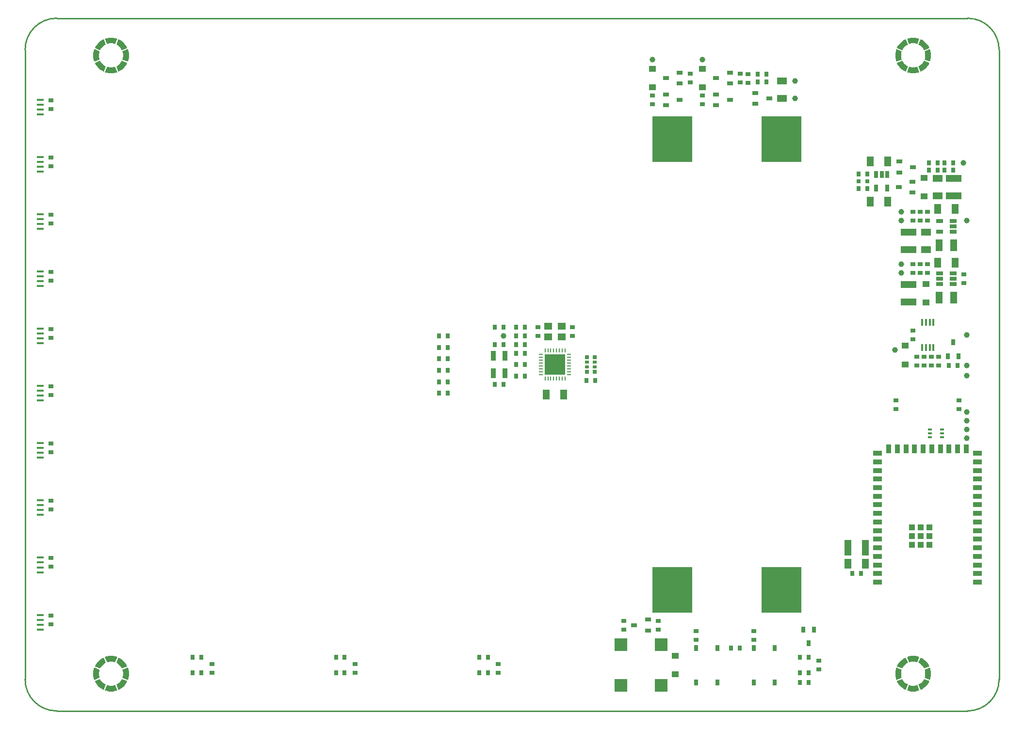
<source format=gbp>
G04*
G04 #@! TF.GenerationSoftware,Altium Limited,Altium Designer,22.2.1 (43)*
G04*
G04 Layer_Color=128*
%FSLAX25Y25*%
%MOIN*%
G70*
G04*
G04 #@! TF.SameCoordinates,848C5CEF-A0A5-40A2-882F-BA2EA4B76D18*
G04*
G04*
G04 #@! TF.FilePolarity,Positive*
G04*
G01*
G75*
%ADD10C,0.01000*%
%ADD40C,0.03937*%
%ADD41R,0.03500X0.02500*%
%ADD42R,0.02953X0.03543*%
%ADD43R,0.02500X0.03500*%
%ADD44R,0.14173X0.14173*%
%ADD45O,0.02953X0.00984*%
%ADD46O,0.00984X0.02953*%
%ADD47R,0.02756X0.04724*%
%ADD48R,0.04500X0.07000*%
%ADD49R,0.03150X0.03150*%
%ADD50R,0.03937X0.02756*%
%ADD51R,0.04724X0.03937*%
%ADD52R,0.05118X0.01654*%
%ADD53R,0.07000X0.04500*%
%ADD54R,0.04921X0.07874*%
%ADD55R,0.11000X0.04500*%
%ADD56R,0.04724X0.02756*%
%ADD57O,0.01575X0.04961*%
%ADD58R,0.03500X0.06500*%
%ADD59R,0.02756X0.03937*%
%ADD60R,0.03150X0.01772*%
%ADD61R,0.04500X0.11000*%
%ADD62R,0.09055X0.09055*%
%ADD63R,0.05512X0.04724*%
%ADD64R,0.03150X0.02559*%
%ADD65R,0.03150X0.01968*%
%ADD66R,0.27559X0.31496*%
%ADD67R,0.04331X0.04331*%
%ADD68R,0.05906X0.03543*%
%ADD69R,0.03543X0.05906*%
G36*
X-279872Y-201127D02*
D01*
Y-201127D01*
Y-201127D01*
D02*
G37*
G36*
X-272337Y-200744D02*
X-271310Y-201127D01*
X-272818Y-204768D01*
X-272818Y-204768D01*
X-273493Y-204560D01*
X-274885Y-204321D01*
X-276296Y-204321D01*
X-277688Y-204560D01*
X-278363Y-204768D01*
X-279872Y-201127D01*
X-278844Y-200744D01*
X-276687Y-200354D01*
X-274494Y-200354D01*
X-272337Y-200744D01*
D02*
G37*
G36*
X-269509Y-201915D02*
X-267708Y-203165D01*
X-266158Y-204716D01*
X-264907Y-206517D01*
X-264452Y-207514D01*
X-264452Y-207514D01*
X-264452Y-207514D01*
D01*
X-268093Y-209022D01*
X-268424Y-208398D01*
X-269239Y-207245D01*
X-270237Y-206246D01*
X-271390Y-205432D01*
X-272014Y-205101D01*
X-272014Y-205101D01*
X-270506Y-201460D01*
X-269509Y-201915D01*
D02*
G37*
G36*
X-279167Y-205101D02*
X-279791Y-205432D01*
X-280944Y-206246D01*
X-281943Y-207245D01*
X-282757Y-208398D01*
X-283088Y-209022D01*
X-283088Y-209022D01*
X-286729Y-207514D01*
X-286274Y-206517D01*
X-285024Y-204716D01*
X-283473Y-203165D01*
X-281672Y-201915D01*
X-280675Y-201460D01*
Y-201460D01*
X-279167Y-205101D01*
D02*
G37*
G36*
X-264119Y-208317D02*
X-263736Y-209345D01*
X-263347Y-211502D01*
X-263347Y-213695D01*
X-263736Y-215852D01*
X-264119Y-216879D01*
X-267760Y-215371D01*
X-267760Y-215371D01*
X-267553Y-214696D01*
X-267314Y-213304D01*
X-267314Y-211893D01*
X-267553Y-210501D01*
X-267760Y-209825D01*
X-264119Y-208317D01*
X-264119Y-208317D01*
D02*
G37*
G36*
X-283421Y-209825D02*
Y-209825D01*
X-283629Y-210501D01*
X-283868Y-211893D01*
X-283868Y-213304D01*
X-283629Y-214696D01*
X-283421Y-215371D01*
X-287062Y-216879D01*
X-287445Y-215852D01*
X-287835Y-213695D01*
X-287835Y-211502D01*
X-287445Y-209345D01*
X-287062Y-208317D01*
X-283421Y-209825D01*
D02*
G37*
G36*
X-264452Y-217683D02*
X-264907Y-218680D01*
X-266158Y-220481D01*
X-267708Y-222031D01*
X-269509Y-223282D01*
X-270506Y-223737D01*
X-272014Y-220096D01*
X-271390Y-219765D01*
X-270237Y-218950D01*
X-269239Y-217952D01*
X-268424Y-216799D01*
X-268093Y-216175D01*
X-268093D01*
X-264452Y-217683D01*
D02*
G37*
G36*
X-270506Y-223737D02*
X-270506Y-223737D01*
D01*
X-270506Y-223737D01*
D02*
G37*
G36*
X-282757Y-216799D02*
X-281943Y-217952D01*
X-280944Y-218950D01*
X-279791Y-219765D01*
X-279167Y-220096D01*
Y-220096D01*
X-280675Y-223737D01*
X-281672Y-223282D01*
X-283473Y-222031D01*
X-285024Y-220481D01*
X-286274Y-218680D01*
X-286729Y-217683D01*
X-286729D01*
X-283088Y-216175D01*
X-282757Y-216799D01*
D02*
G37*
G36*
X-277688Y-220636D02*
X-276296Y-220876D01*
X-274885Y-220876D01*
X-273493Y-220636D01*
X-272818Y-220429D01*
X-271310Y-224070D01*
X-271310D01*
X-272337Y-224453D01*
X-274494Y-224843D01*
X-276687Y-224843D01*
X-278844Y-224453D01*
X-279872Y-224070D01*
X-278363Y-220429D01*
X-278363D01*
X-277688Y-220636D01*
D02*
G37*
G36*
X-272337Y224453D02*
X-271310Y224070D01*
X-272818Y220429D01*
X-272818Y220429D01*
X-273493Y220636D01*
X-274885Y220876D01*
X-276296Y220876D01*
X-277688Y220636D01*
X-278363Y220429D01*
X-279872Y224070D01*
D01*
Y224070D01*
Y224070D01*
X-278844Y224453D01*
X-276687Y224843D01*
X-274494Y224843D01*
X-272337Y224453D01*
D02*
G37*
G36*
X-269509Y223282D02*
X-267708Y222031D01*
X-266158Y220481D01*
X-264907Y218680D01*
X-264452Y217683D01*
X-264452Y217683D01*
X-264452Y217683D01*
D01*
X-268093Y216175D01*
X-268424Y216799D01*
X-269239Y217952D01*
X-270237Y218950D01*
X-271390Y219765D01*
X-272014Y220096D01*
X-272014Y220096D01*
X-270506Y223737D01*
X-269509Y223282D01*
D02*
G37*
G36*
X-279167Y220096D02*
X-279791Y219765D01*
X-280944Y218950D01*
X-281943Y217952D01*
X-282757Y216799D01*
X-283088Y216175D01*
X-283088Y216175D01*
X-286729Y217683D01*
X-286274Y218680D01*
X-285024Y220481D01*
X-283473Y222031D01*
X-281672Y223282D01*
X-280675Y223737D01*
Y223737D01*
X-279167Y220096D01*
D02*
G37*
G36*
X-264119Y216879D02*
X-263736Y215852D01*
X-263347Y213695D01*
X-263347Y211502D01*
X-263736Y209345D01*
X-264119Y208317D01*
X-267760Y209825D01*
X-267760Y209825D01*
X-267553Y210501D01*
X-267314Y211893D01*
X-267314Y213304D01*
X-267553Y214696D01*
X-267760Y215371D01*
X-264119Y216879D01*
X-264119Y216879D01*
D02*
G37*
G36*
X-283421Y215371D02*
Y215371D01*
X-283629Y214696D01*
X-283868Y213304D01*
X-283868Y211893D01*
X-283629Y210501D01*
X-283421Y209825D01*
X-287062Y208317D01*
X-287445Y209345D01*
X-287835Y211502D01*
X-287835Y213695D01*
X-287445Y215852D01*
X-287062Y216879D01*
X-283421Y215371D01*
D02*
G37*
G36*
X-264452Y207514D02*
X-264907Y206517D01*
X-266158Y204716D01*
X-267708Y203165D01*
X-269509Y201915D01*
X-270506Y201460D01*
X-272014Y205101D01*
X-271390Y205432D01*
X-270237Y206246D01*
X-269239Y207245D01*
X-268424Y208398D01*
X-268093Y209022D01*
X-268093D01*
X-264452Y207514D01*
D02*
G37*
G36*
X-270506Y201460D02*
X-270506Y201460D01*
D01*
X-270506Y201460D01*
D02*
G37*
G36*
X-282757Y208398D02*
X-281943Y207245D01*
X-280944Y206246D01*
X-279791Y205432D01*
X-279167Y205101D01*
Y205101D01*
X-280675Y201460D01*
X-281672Y201915D01*
X-283473Y203165D01*
X-285024Y204716D01*
X-286274Y206517D01*
X-286729Y207514D01*
X-286729D01*
X-283088Y209022D01*
X-282757Y208398D01*
D02*
G37*
G36*
X-277688Y204560D02*
X-276296Y204321D01*
X-274885Y204321D01*
X-273493Y204560D01*
X-272818Y204768D01*
X-271310Y201127D01*
X-271310D01*
X-272337Y200744D01*
X-274494Y200354D01*
X-276687Y200354D01*
X-278844Y200744D01*
X-279872Y201127D01*
X-278363Y204768D01*
X-278363D01*
X-277688Y204560D01*
D02*
G37*
G36*
X271310Y-201127D02*
D01*
Y-201127D01*
Y-201127D01*
D02*
G37*
G36*
X278844Y-200744D02*
X279872Y-201127D01*
X278363Y-204768D01*
X278363Y-204768D01*
X277688Y-204560D01*
X276296Y-204321D01*
X274885Y-204321D01*
X273493Y-204560D01*
X272818Y-204768D01*
X271310Y-201127D01*
X272337Y-200744D01*
X274494Y-200354D01*
X276687Y-200354D01*
X278844Y-200744D01*
D02*
G37*
G36*
X281672Y-201915D02*
X283473Y-203165D01*
X285024Y-204716D01*
X286274Y-206517D01*
X286729Y-207514D01*
X286729Y-207514D01*
X286729Y-207514D01*
D01*
X283088Y-209022D01*
X282757Y-208398D01*
X281943Y-207245D01*
X280944Y-206246D01*
X279791Y-205432D01*
X279167Y-205101D01*
X279167Y-205101D01*
X280675Y-201460D01*
X281672Y-201915D01*
D02*
G37*
G36*
X272014Y-205101D02*
X271390Y-205432D01*
X270237Y-206246D01*
X269239Y-207245D01*
X268424Y-208398D01*
X268093Y-209022D01*
X268093Y-209022D01*
X264452Y-207514D01*
X264907Y-206517D01*
X266158Y-204716D01*
X267708Y-203165D01*
X269509Y-201915D01*
X270506Y-201460D01*
Y-201460D01*
X272014Y-205101D01*
D02*
G37*
G36*
X287062Y-208317D02*
X287445Y-209345D01*
X287835Y-211502D01*
X287835Y-213695D01*
X287445Y-215852D01*
X287062Y-216879D01*
X283421Y-215371D01*
X283421Y-215371D01*
X283628Y-214696D01*
X283868Y-213304D01*
X283868Y-211893D01*
X283629Y-210501D01*
X283421Y-209825D01*
X287062Y-208317D01*
X287062Y-208317D01*
D02*
G37*
G36*
X267760Y-209825D02*
Y-209825D01*
X267553Y-210501D01*
X267314Y-211893D01*
X267314Y-213304D01*
X267553Y-214696D01*
X267760Y-215371D01*
X264119Y-216879D01*
X263736Y-215852D01*
X263347Y-213695D01*
X263346Y-211502D01*
X263736Y-209345D01*
X264119Y-208317D01*
X267760Y-209825D01*
D02*
G37*
G36*
X286729Y-217683D02*
X286274Y-218680D01*
X285024Y-220481D01*
X283473Y-222031D01*
X281672Y-223282D01*
X280675Y-223737D01*
X279167Y-220096D01*
X279791Y-219765D01*
X280944Y-218950D01*
X281943Y-217952D01*
X282757Y-216799D01*
X283088Y-216175D01*
X283088D01*
X286729Y-217683D01*
D02*
G37*
G36*
X280675Y-223737D02*
X280675Y-223737D01*
D01*
X280675Y-223737D01*
D02*
G37*
G36*
X268424Y-216799D02*
X269239Y-217952D01*
X270237Y-218950D01*
X271390Y-219765D01*
X272014Y-220096D01*
Y-220096D01*
X270506Y-223737D01*
X269509Y-223282D01*
X267708Y-222031D01*
X266158Y-220481D01*
X264907Y-218680D01*
X264452Y-217683D01*
X264452D01*
X268093Y-216175D01*
X268424Y-216799D01*
D02*
G37*
G36*
X273493Y-220636D02*
X274885Y-220876D01*
X276296Y-220876D01*
X277688Y-220636D01*
X278363Y-220429D01*
X279872Y-224070D01*
X279872D01*
X278844Y-224453D01*
X276687Y-224843D01*
X274494Y-224843D01*
X272337Y-224453D01*
X271310Y-224070D01*
X272818Y-220429D01*
X272818D01*
X273493Y-220636D01*
D02*
G37*
G36*
X278844Y224453D02*
X279872Y224070D01*
X278363Y220429D01*
X278363Y220429D01*
X277688Y220636D01*
X276296Y220876D01*
X274885Y220876D01*
X273493Y220636D01*
X272818Y220429D01*
X271310Y224070D01*
D01*
Y224070D01*
Y224070D01*
X272337Y224453D01*
X274494Y224843D01*
X276687Y224843D01*
X278844Y224453D01*
D02*
G37*
G36*
X281672Y223282D02*
X283473Y222031D01*
X285024Y220481D01*
X286274Y218680D01*
X286729Y217683D01*
X286729Y217683D01*
X286729Y217683D01*
D01*
X283088Y216175D01*
X282757Y216799D01*
X281943Y217952D01*
X280944Y218950D01*
X279791Y219765D01*
X279167Y220096D01*
X279167Y220096D01*
X280675Y223737D01*
X281672Y223282D01*
D02*
G37*
G36*
X272014Y220096D02*
X271390Y219765D01*
X270237Y218950D01*
X269239Y217952D01*
X268424Y216799D01*
X268093Y216175D01*
X268093Y216175D01*
X264452Y217683D01*
X264907Y218680D01*
X266158Y220481D01*
X267708Y222031D01*
X269509Y223282D01*
X270506Y223737D01*
Y223737D01*
X272014Y220096D01*
D02*
G37*
G36*
X287062Y216879D02*
X287445Y215852D01*
X287835Y213695D01*
X287835Y211502D01*
X287445Y209345D01*
X287062Y208317D01*
X283421Y209825D01*
X283421Y209825D01*
X283628Y210501D01*
X283868Y211893D01*
X283868Y213304D01*
X283629Y214696D01*
X283421Y215371D01*
X287062Y216879D01*
X287062Y216879D01*
D02*
G37*
G36*
X267760Y215371D02*
Y215371D01*
X267553Y214696D01*
X267314Y213304D01*
X267314Y211893D01*
X267553Y210501D01*
X267760Y209825D01*
X264119Y208317D01*
X263736Y209345D01*
X263347Y211502D01*
X263346Y213695D01*
X263736Y215852D01*
X264119Y216879D01*
X267760Y215371D01*
D02*
G37*
G36*
X286729Y207514D02*
X286274Y206517D01*
X285024Y204716D01*
X283473Y203165D01*
X281672Y201915D01*
X280675Y201460D01*
X279167Y205101D01*
X279791Y205432D01*
X280944Y206246D01*
X281943Y207245D01*
X282757Y208398D01*
X283088Y209022D01*
X283088D01*
X286729Y207514D01*
D02*
G37*
G36*
X280675Y201460D02*
X280675Y201460D01*
D01*
X280675Y201460D01*
D02*
G37*
G36*
X268424Y208398D02*
X269239Y207245D01*
X270237Y206246D01*
X271390Y205432D01*
X272014Y205101D01*
Y205101D01*
X270506Y201460D01*
X269509Y201915D01*
X267708Y203165D01*
X266158Y204716D01*
X264907Y206517D01*
X264452Y207514D01*
X264452D01*
X268093Y209022D01*
X268424Y208398D01*
D02*
G37*
G36*
X273493Y204560D02*
X274885Y204321D01*
X276296Y204321D01*
X277688Y204560D01*
X278363Y204768D01*
X279872Y201127D01*
X279872D01*
X278844Y200744D01*
X276687Y200354D01*
X274494Y200354D01*
X272337Y200744D01*
X271310Y201127D01*
X272818Y204768D01*
X272818D01*
X273493Y204560D01*
D02*
G37*
D10*
X-334646Y-216535D02*
G03*
X-312992Y-238189I21654J0D01*
G01*
X312992D02*
G03*
X334646Y-216535I0J21654D01*
G01*
Y216535D02*
G03*
X312992Y238189I-21654J0D01*
G01*
X-312992D02*
G03*
X-334646Y216535I0J-21654D01*
G01*
X-312992Y-238189D02*
X0Y-238189D01*
X-334646Y-216535D02*
X-334646Y0D01*
X334646D02*
X334646Y-216535D01*
X0Y-238189D02*
X312992Y-238189D01*
X0Y238189D02*
X312992Y238189D01*
X334646Y0D02*
X334646Y216535D01*
X-334646D02*
X-334646Y0D01*
X-312992Y238189D02*
X0Y238189D01*
D40*
X-5906Y19685D02*
D03*
X312500Y-7500D02*
D03*
X262989Y10024D02*
D03*
X312500Y99000D02*
D03*
X310039Y138780D02*
D03*
X312500Y-50500D02*
D03*
Y-38500D02*
D03*
Y-32500D02*
D03*
Y-44500D02*
D03*
X194346Y183071D02*
D03*
Y194882D02*
D03*
X312500Y-500D02*
D03*
X267500Y63000D02*
D03*
Y69000D02*
D03*
Y99000D02*
D03*
X267498Y105047D02*
D03*
X312500Y20500D02*
D03*
X130906Y209646D02*
D03*
X96457D02*
D03*
D41*
X-9449Y-212055D02*
D03*
Y-206055D02*
D03*
X-206299Y-212055D02*
D03*
Y-206055D02*
D03*
X-107874Y-212055D02*
D03*
Y-206055D02*
D03*
X156874Y193968D02*
D03*
Y199968D02*
D03*
X130905Y178968D02*
D03*
Y184968D02*
D03*
X122457Y193968D02*
D03*
Y199968D02*
D03*
X96488Y178968D02*
D03*
Y184968D02*
D03*
X275472Y63047D02*
D03*
Y69047D02*
D03*
X285472Y99047D02*
D03*
Y105047D02*
D03*
X275472Y99047D02*
D03*
Y105047D02*
D03*
X280472Y105047D02*
D03*
Y99047D02*
D03*
X283173Y-465D02*
D03*
Y5535D02*
D03*
X288173Y-465D02*
D03*
Y5535D02*
D03*
X293173Y5536D02*
D03*
Y-465D02*
D03*
X275590Y17472D02*
D03*
Y23472D02*
D03*
X278173Y5536D02*
D03*
Y-465D02*
D03*
X280472Y69047D02*
D03*
Y63047D02*
D03*
X285472Y63047D02*
D03*
Y69047D02*
D03*
X310472Y62047D02*
D03*
Y56047D02*
D03*
X41339Y25638D02*
D03*
Y19638D02*
D03*
X17717Y19638D02*
D03*
Y25638D02*
D03*
X210630Y-209693D02*
D03*
Y-203693D02*
D03*
X165945Y-183335D02*
D03*
Y-189335D02*
D03*
X126575Y-183335D02*
D03*
Y-189335D02*
D03*
X-316929Y57728D02*
D03*
Y63728D02*
D03*
Y18358D02*
D03*
Y24358D02*
D03*
Y136468D02*
D03*
Y142468D02*
D03*
Y97098D02*
D03*
Y103098D02*
D03*
Y175838D02*
D03*
Y181839D02*
D03*
Y-99752D02*
D03*
Y-93752D02*
D03*
Y-21012D02*
D03*
Y-15012D02*
D03*
Y-60382D02*
D03*
Y-54382D02*
D03*
X162244Y199732D02*
D03*
Y193732D02*
D03*
X-316929Y-139122D02*
D03*
Y-133122D02*
D03*
X76772Y-176134D02*
D03*
Y-182134D02*
D03*
X100394Y-176134D02*
D03*
Y-182134D02*
D03*
X-316929Y-178492D02*
D03*
Y-172492D02*
D03*
X263780Y-24559D02*
D03*
Y-30559D02*
D03*
X307087Y-30559D02*
D03*
Y-24559D02*
D03*
D42*
X-16732Y-212008D02*
D03*
X-22638D02*
D03*
X-16732Y-201378D02*
D03*
X-22638D02*
D03*
X-213583Y-212008D02*
D03*
X-219488D02*
D03*
X-213583Y-201378D02*
D03*
X-219488D02*
D03*
X-115157Y-212008D02*
D03*
X-121063D02*
D03*
X-115157Y-201378D02*
D03*
X-121063D02*
D03*
X203740Y-212008D02*
D03*
X197835D02*
D03*
X203740Y-201378D02*
D03*
X197835D02*
D03*
D43*
X8906Y-0D02*
D03*
X2906D02*
D03*
X244142Y121063D02*
D03*
X238142D02*
D03*
X244142Y130905D02*
D03*
X238142D02*
D03*
X306173Y-465D02*
D03*
X300173D02*
D03*
X203787Y-218504D02*
D03*
X197787D02*
D03*
X2905Y25591D02*
D03*
X8906D02*
D03*
X8906Y13779D02*
D03*
X2906D02*
D03*
X-50244Y3937D02*
D03*
X-44244D02*
D03*
X-11858Y13780D02*
D03*
X-5858D02*
D03*
X-50244Y11811D02*
D03*
X-44244D02*
D03*
X57161Y-10799D02*
D03*
X51161D02*
D03*
X286370Y133858D02*
D03*
X292370D02*
D03*
X156543Y-194882D02*
D03*
X150543D02*
D03*
X239673Y-143701D02*
D03*
X233673D02*
D03*
X168905Y194488D02*
D03*
X174905D02*
D03*
X168905Y199606D02*
D03*
X174905D02*
D03*
X-5858Y25591D02*
D03*
X-11858D02*
D03*
X8906Y7874D02*
D03*
X2906D02*
D03*
X2905Y19685D02*
D03*
X8906D02*
D03*
X-50244Y19685D02*
D03*
X-44244D02*
D03*
X-50244Y-3937D02*
D03*
X-44244D02*
D03*
X8906Y-7874D02*
D03*
X2906D02*
D03*
X-44244Y-11811D02*
D03*
X-50244D02*
D03*
X-44244Y-19685D02*
D03*
X-50244D02*
D03*
X-5858Y-13780D02*
D03*
X-11858D02*
D03*
X297197Y133858D02*
D03*
X303197D02*
D03*
X297197Y138780D02*
D03*
X303197D02*
D03*
X286370Y138780D02*
D03*
X292370D02*
D03*
D44*
X29528Y0D02*
D03*
D45*
X39173Y984D02*
D03*
Y4921D02*
D03*
Y6890D02*
D03*
Y-984D02*
D03*
Y-2953D02*
D03*
Y-4921D02*
D03*
Y-6890D02*
D03*
Y2953D02*
D03*
X19882Y984D02*
D03*
Y-2953D02*
D03*
Y6890D02*
D03*
Y4921D02*
D03*
Y2953D02*
D03*
Y-4921D02*
D03*
Y-6890D02*
D03*
Y-984D02*
D03*
D46*
X34449Y9646D02*
D03*
X32480D02*
D03*
X30512D02*
D03*
X36417D02*
D03*
X26575D02*
D03*
X24606D02*
D03*
X28543D02*
D03*
X22638D02*
D03*
X36417Y-9646D02*
D03*
X28543D02*
D03*
X26575D02*
D03*
X22638D02*
D03*
X32480D02*
D03*
X34449D02*
D03*
X30512D02*
D03*
X24606D02*
D03*
D47*
X253937Y130709D02*
D03*
X257677Y121260D02*
D03*
X250197D02*
D03*
Y130709D02*
D03*
X257677D02*
D03*
D48*
X245969Y112205D02*
D03*
X257968D02*
D03*
X245969Y139764D02*
D03*
X257968D02*
D03*
X292472Y70047D02*
D03*
X304472D02*
D03*
Y107047D02*
D03*
X292472D02*
D03*
X23555Y-20642D02*
D03*
X35555D02*
D03*
X230720Y-136811D02*
D03*
X242721D02*
D03*
D49*
X238189Y125984D02*
D03*
X244094D02*
D03*
D50*
X140150Y196968D02*
D03*
X149598Y200709D02*
D03*
Y193228D02*
D03*
X149598Y181968D02*
D03*
X140150Y178228D02*
D03*
Y185709D02*
D03*
X105732Y196968D02*
D03*
X115181Y200709D02*
D03*
Y193228D02*
D03*
X115181Y181968D02*
D03*
X105732Y178228D02*
D03*
Y185709D02*
D03*
X167150Y186709D02*
D03*
Y179228D02*
D03*
X176598Y182968D02*
D03*
X265748Y122047D02*
D03*
X275197Y125787D02*
D03*
Y118307D02*
D03*
X83858Y-179134D02*
D03*
X93307Y-175394D02*
D03*
Y-182874D02*
D03*
X275394Y135827D02*
D03*
X265945Y132087D02*
D03*
Y139567D02*
D03*
D51*
X130905Y190591D02*
D03*
Y203346D02*
D03*
X96488Y190591D02*
D03*
Y203346D02*
D03*
X284472Y42669D02*
D03*
Y55425D02*
D03*
X270173Y12913D02*
D03*
Y158D02*
D03*
X283000Y128378D02*
D03*
Y115622D02*
D03*
X112205Y-213071D02*
D03*
Y-200315D02*
D03*
D52*
X-324213Y-96752D02*
D03*
Y-93405D02*
D03*
Y-100098D02*
D03*
Y-103445D02*
D03*
Y-57382D02*
D03*
Y-54035D02*
D03*
Y-60728D02*
D03*
Y-64075D02*
D03*
Y-136122D02*
D03*
Y-132776D02*
D03*
Y-139469D02*
D03*
Y-142815D02*
D03*
Y-175492D02*
D03*
Y-172146D02*
D03*
Y-178839D02*
D03*
Y-182185D02*
D03*
Y60728D02*
D03*
Y64075D02*
D03*
Y57382D02*
D03*
Y54035D02*
D03*
Y21358D02*
D03*
Y24705D02*
D03*
Y18012D02*
D03*
Y14665D02*
D03*
Y178839D02*
D03*
Y182185D02*
D03*
Y175492D02*
D03*
Y172146D02*
D03*
Y139469D02*
D03*
Y142815D02*
D03*
Y136122D02*
D03*
Y132776D02*
D03*
Y100098D02*
D03*
Y103445D02*
D03*
Y96752D02*
D03*
Y93405D02*
D03*
Y-18012D02*
D03*
Y-14665D02*
D03*
Y-21358D02*
D03*
Y-24705D02*
D03*
D53*
X292472Y128047D02*
D03*
Y116047D02*
D03*
X284472Y79047D02*
D03*
Y91047D02*
D03*
X185488Y182976D02*
D03*
Y194976D02*
D03*
D54*
X293453Y46047D02*
D03*
X303492D02*
D03*
X293453Y82047D02*
D03*
X303492D02*
D03*
D55*
X272472Y79047D02*
D03*
Y91047D02*
D03*
Y43047D02*
D03*
Y55047D02*
D03*
X303472Y128047D02*
D03*
Y116047D02*
D03*
D56*
X303197Y95047D02*
D03*
X293748Y91307D02*
D03*
Y98787D02*
D03*
X303197D02*
D03*
Y91307D02*
D03*
X293748Y62787D02*
D03*
Y55307D02*
D03*
X303197D02*
D03*
Y59047D02*
D03*
Y62787D02*
D03*
X293748Y59047D02*
D03*
D57*
X286961Y11874D02*
D03*
X281842D02*
D03*
X284402D02*
D03*
X289520D02*
D03*
Y29197D02*
D03*
X286961D02*
D03*
X284402D02*
D03*
X281842D02*
D03*
D58*
X-4858Y5906D02*
D03*
X-12858D02*
D03*
X-4858Y-5906D02*
D03*
X-12858D02*
D03*
D59*
X203740Y-191732D02*
D03*
X200000Y-182283D02*
D03*
X207480D02*
D03*
X126575Y-218504D02*
D03*
X141142D02*
D03*
Y-194882D02*
D03*
X126575D02*
D03*
X165945Y-218504D02*
D03*
X180512D02*
D03*
Y-194882D02*
D03*
X165945D02*
D03*
X303173Y15260D02*
D03*
X306913Y5811D02*
D03*
X299433D02*
D03*
D60*
X287205Y-44685D02*
D03*
Y-49803D02*
D03*
X295473Y-47245D02*
D03*
Y-44685D02*
D03*
Y-49803D02*
D03*
X287205Y-47243D02*
D03*
D61*
X230720Y-125984D02*
D03*
X242721D02*
D03*
D62*
X102559Y-192717D02*
D03*
Y-220669D02*
D03*
X74606Y-192717D02*
D03*
Y-220669D02*
D03*
D63*
X34252Y26378D02*
D03*
Y18898D02*
D03*
X24803Y26378D02*
D03*
Y18898D02*
D03*
D64*
X56917Y5047D02*
D03*
Y-4992D02*
D03*
X51406Y5047D02*
D03*
Y-4992D02*
D03*
D65*
X56917Y-1547D02*
D03*
Y1602D02*
D03*
X51406Y-1547D02*
D03*
Y1602D02*
D03*
D66*
X185236Y154921D02*
D03*
X110039D02*
D03*
X185236Y-154921D02*
D03*
X110039D02*
D03*
D67*
X280748Y-117913D02*
D03*
X274843D02*
D03*
X286654D02*
D03*
X274843Y-112008D02*
D03*
X280748D02*
D03*
X286654D02*
D03*
X274843Y-123819D02*
D03*
X280748D02*
D03*
X286654D02*
D03*
D68*
X250984Y-149606D02*
D03*
Y-143701D02*
D03*
Y-137795D02*
D03*
Y-131890D02*
D03*
Y-125984D02*
D03*
Y-120079D02*
D03*
Y-114173D02*
D03*
Y-108268D02*
D03*
Y-102362D02*
D03*
Y-96457D02*
D03*
Y-90551D02*
D03*
Y-84646D02*
D03*
Y-78740D02*
D03*
Y-72835D02*
D03*
Y-66929D02*
D03*
Y-61024D02*
D03*
X319882Y-149606D02*
D03*
Y-143701D02*
D03*
Y-137795D02*
D03*
Y-131890D02*
D03*
Y-125984D02*
D03*
Y-120079D02*
D03*
Y-114173D02*
D03*
Y-108268D02*
D03*
Y-102362D02*
D03*
Y-96457D02*
D03*
Y-90551D02*
D03*
Y-84646D02*
D03*
Y-78740D02*
D03*
Y-72835D02*
D03*
Y-66929D02*
D03*
Y-61024D02*
D03*
D69*
X258858Y-58071D02*
D03*
X264764D02*
D03*
X270669D02*
D03*
X276575D02*
D03*
X282480D02*
D03*
X300197D02*
D03*
X306102D02*
D03*
X312008D02*
D03*
X288386D02*
D03*
X294291D02*
D03*
M02*

</source>
